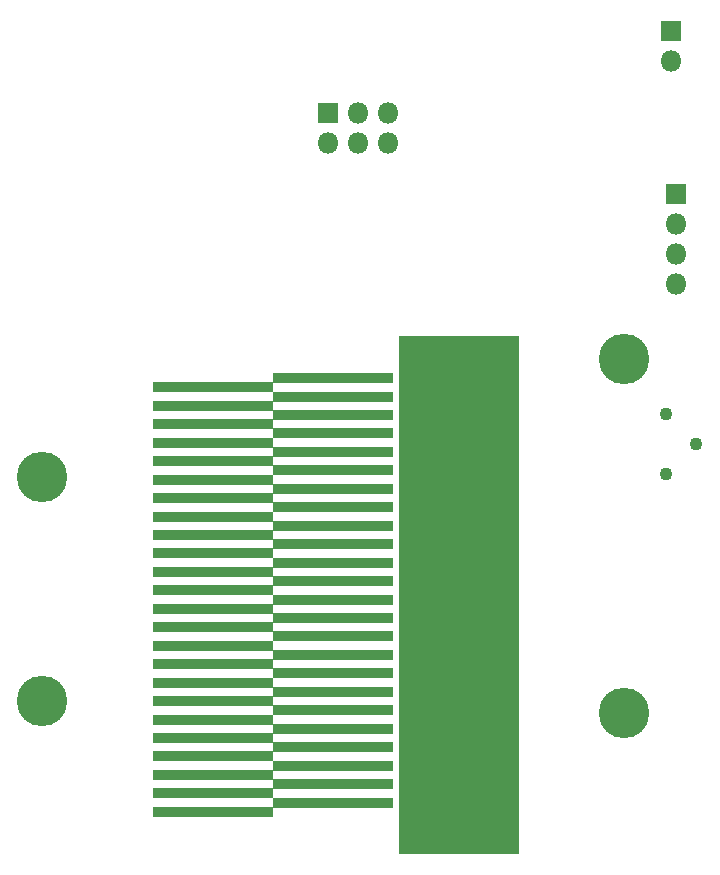
<source format=gbr>
G04 #@! TF.FileFunction,Soldermask,Bot*
%FSLAX46Y46*%
G04 Gerber Fmt 4.6, Leading zero omitted, Abs format (unit mm)*
G04 Created by KiCad (PCBNEW 4.0.7) date Tue May 22 04:59:50 2018*
%MOMM*%
%LPD*%
G01*
G04 APERTURE LIST*
%ADD10C,0.100000*%
%ADD11R,10.140000X0.921250*%
%ADD12R,1.801600X1.801600*%
%ADD13O,1.801600X1.801600*%
%ADD14C,1.101600*%
%ADD15C,4.276600*%
%ADD16R,10.140000X43.890000*%
G04 APERTURE END LIST*
D10*
D11*
X84520000Y-123359375D03*
X94680000Y-122578125D03*
X84520000Y-121796875D03*
X94680000Y-121015625D03*
X84520000Y-120234375D03*
X94680000Y-119453125D03*
X84520000Y-118671875D03*
X94680000Y-117890625D03*
X84520000Y-117109375D03*
X94680000Y-116328125D03*
X84520000Y-115546875D03*
X94680000Y-114765625D03*
X84520000Y-113984375D03*
X94680000Y-113203125D03*
X84520000Y-112421875D03*
X94680000Y-111640625D03*
X84520000Y-110859375D03*
X94680000Y-110078125D03*
X84520000Y-109296875D03*
X94680000Y-108515625D03*
X84520000Y-107734375D03*
X94680000Y-106953125D03*
X84520000Y-106171875D03*
X94680000Y-105390625D03*
X84520000Y-104609375D03*
X94680000Y-103828125D03*
X84520000Y-103046875D03*
X94680000Y-102265625D03*
X84520000Y-101484375D03*
X94680000Y-100703125D03*
X84520000Y-99921875D03*
X94680000Y-99140625D03*
X84520000Y-98359375D03*
X94680000Y-97578125D03*
X84520000Y-96796875D03*
X94680000Y-96015625D03*
X84520000Y-95234375D03*
X94680000Y-94453125D03*
X84520000Y-93671875D03*
X94680000Y-92890625D03*
X84520000Y-92109375D03*
X94680000Y-91328125D03*
X84520000Y-90546875D03*
X94680000Y-89765625D03*
X84520000Y-88984375D03*
X94680000Y-88203125D03*
X84520000Y-87421875D03*
X94680000Y-86640625D03*
D12*
X123713240Y-71043800D03*
D13*
X123713240Y-73583800D03*
X123713240Y-76123800D03*
X123713240Y-78663800D03*
D12*
X94254320Y-64193420D03*
D13*
X94254320Y-66733420D03*
X96794320Y-64193420D03*
X96794320Y-66733420D03*
X99334320Y-64193420D03*
X99334320Y-66733420D03*
D12*
X123299220Y-57251600D03*
D13*
X123299220Y-59791600D03*
D14*
X125407420Y-92250260D03*
X122867420Y-89710260D03*
X122867420Y-94790260D03*
D15*
X70064600Y-95000000D03*
X119323000Y-85000000D03*
X70064600Y-114000000D03*
X119323000Y-115000000D03*
D16*
X105320000Y-105000000D03*
M02*

</source>
